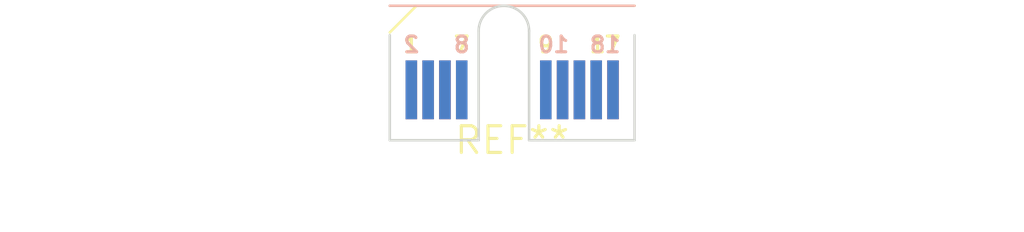
<source format=kicad_pcb>
(kicad_pcb (version 20240108) (generator pcbnew)
  (layers (0 "F.Cu" signal) (31 "B.Cu" signal) (34 "B.Paste" user) (35 "F.Paste" user) (36 "B.SilkS" user "B.Silkscreen") (37 "F.SilkS" user "F.Silkscreen") (38 "B.Mask" user) (39 "F.Mask" user) (44 "Edge.Cuts" user))
  (net 0 "")
  (footprint "Samtec_HSEC8-109-X-X-DV_2x09_P0.8mm_Edge" (layer "F.Cu") (at 0 0)
    (property "Reference" "REF**")
    (property "Value" "Samtec_HSEC8-109-X-X-DV_2x09_P0.8mm_Edge")
    (fp_line (start -5.825 -6.4) (end -5.825 -6.4) (layer "B.SilkS") (stroke (width 0.12)))
    (fp_line (start -5.825 -6.4) (end 5.825 -6.4) (layer "B.SilkS") (stroke (width 0.12)))
    (fp_line (start -5.825 -5.13) (end -4.555 -6.4) (layer "F.SilkS") (stroke (width 0.12)))
    (fp_line (start -4.555 -6.4) (end 5.825 -6.4) (layer "F.SilkS") (stroke (width 0.12)))
    (fp_line (start -5.825 -5) (end -5.825 0) (layer "Edge.Cuts") (stroke (width 0.12)))
    (fp_line (start -5.825 0) (end -1.595 0) (layer "Edge.Cuts") (stroke (width 0.12)))
    (fp_line (start -1.595 0) (end -1.595 -5.2) (layer "Edge.Cuts") (stroke (width 0.12)))
    (fp_line (start 0.805 -5.2) (end 0.805 0) (layer "Edge.Cuts") (stroke (width 0.12)))
    (fp_line (start 0.805 0) (end 5.825 0) (layer "Edge.Cuts") (stroke (width 0.12)))
    (fp_line (start 5.825 0) (end 5.825 -5) (layer "Edge.Cuts") (stroke (width 0.12)))
    (fp_arc (start -1.595 -5.2) (mid -0.395 -6.4) (end 0.805 -5.2) (layer "Edge.Cuts") (stroke (width 0.12)))
    (fp_text user "18" (at 4.425 -4.55 0) (layer "B.SilkS") (effects (font (size 0.75 0.75)) (justify mirror)))
    (fp_text user "8" (at -2.4 -4.55 0) (layer "B.SilkS") (effects (font (size 0.75 0.75)) (justify mirror)))
    (fp_text user "10" (at 1.975 -4.55 0) (layer "B.SilkS") (effects (font (size 0.75 0.75)) (justify mirror)))
    (fp_text user "2" (at -4.8 -4.55 0) (layer "B.SilkS") (effects (font (size 0.75 0.75)) (justify mirror)))
    (fp_text user "7" (at -2.4 -4.55 0) (layer "F.SilkS") (effects (font (size 0.75 0.75))))
    (fp_text user "17" (at 4.425 -4.55 0) (layer "F.SilkS") (effects (font (size 0.75 0.75))))
    (fp_text user "9" (at 1.6 -4.55 0) (layer "F.SilkS") (effects (font (size 0.75 0.75))))
    (fp_text user "1" (at -4.8 -4.55 0) (layer "F.SilkS") (effects (font (size 0.75 0.75))))
    (pad "1" connect rect (at -4.8 -2.4) (size 0.55 2.8) (layers "F.Cu" "F.Mask"))
    (pad "2" connect rect (at -4.8 -2.4) (size 0.55 2.8) (layers "B.Cu" "B.Mask"))
    (pad "3" connect rect (at -4 -2.4) (size 0.55 2.8) (layers "F.Cu" "F.Mask"))
    (pad "4" connect rect (at -4 -2.4) (size 0.55 2.8) (layers "B.Cu" "B.Mask"))
    (pad "5" connect rect (at -3.2 -2.4) (size 0.55 2.8) (layers "F.Cu" "F.Mask"))
    (pad "6" connect rect (at -3.2 -2.4) (size 0.55 2.8) (layers "B.Cu" "B.Mask"))
    (pad "7" connect rect (at -2.4 -2.4) (size 0.55 2.8) (layers "F.Cu" "F.Mask"))
    (pad "8" connect rect (at -2.4 -2.4) (size 0.55 2.8) (layers "B.Cu" "B.Mask"))
    (pad "9" connect rect (at 1.6 -2.4) (size 0.55 2.8) (layers "F.Cu" "F.Mask"))
    (pad "10" connect rect (at 1.6 -2.4) (size 0.55 2.8) (layers "B.Cu" "B.Mask"))
    (pad "11" connect rect (at 2.4 -2.4) (size 0.55 2.8) (layers "F.Cu" "F.Mask"))
    (pad "12" connect rect (at 2.4 -2.4) (size 0.55 2.8) (layers "B.Cu" "B.Mask"))
    (pad "13" connect rect (at 3.2 -2.4) (size 0.55 2.8) (layers "F.Cu" "F.Mask"))
    (pad "14" connect rect (at 3.2 -2.4) (size 0.55 2.8) (layers "B.Cu" "B.Mask"))
    (pad "15" connect rect (at 4 -2.4) (size 0.55 2.8) (layers "F.Cu" "F.Mask"))
    (pad "16" connect rect (at 4 -2.4) (size 0.55 2.8) (layers "B.Cu" "B.Mask"))
    (pad "17" connect rect (at 4.8 -2.4) (size 0.55 2.8) (layers "F.Cu" "F.Mask"))
    (pad "18" connect rect (at 4.8 -2.4) (size 0.55 2.8) (layers "B.Cu" "B.Mask"))
  )
)
</source>
